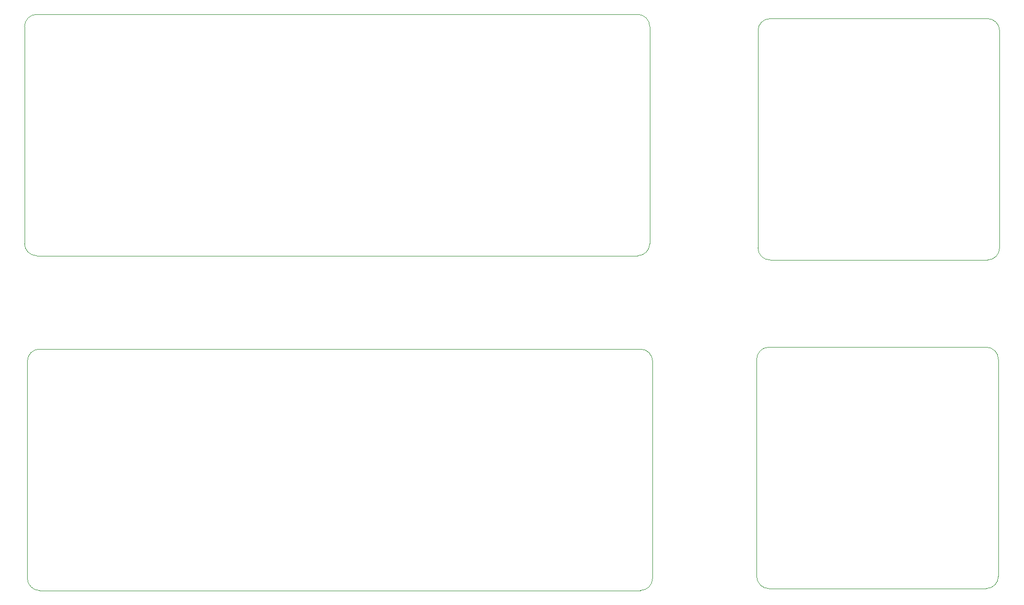
<source format=gm1>
G04 #@! TF.GenerationSoftware,KiCad,Pcbnew,7.0.10-7.0.10~ubuntu22.04.1*
G04 #@! TF.CreationDate,2025-04-10T19:03:43-06:00*
G04 #@! TF.ProjectId,OAC,4f41432e-6b69-4636-9164-5f7063625858,rev?*
G04 #@! TF.SameCoordinates,Original*
G04 #@! TF.FileFunction,Profile,NP*
%FSLAX46Y46*%
G04 Gerber Fmt 4.6, Leading zero omitted, Abs format (unit mm)*
G04 Created by KiCad (PCBNEW 7.0.10-7.0.10~ubuntu22.04.1) date 2025-04-10 19:03:43*
%MOMM*%
%LPD*%
G01*
G04 APERTURE LIST*
G04 #@! TA.AperFunction,Profile*
%ADD10C,0.050000*%
G04 #@! TD*
G04 APERTURE END LIST*
D10*
X236320000Y-133947500D02*
X236320000Y-98027500D01*
X238320000Y-96027500D02*
X274240000Y-96027500D01*
X274240000Y-135947500D02*
X238320000Y-135947500D01*
X276240000Y-98027500D02*
X276240000Y-133947500D01*
X238320000Y-96027500D02*
G75*
G03*
X236320000Y-98027500I-1J-1999999D01*
G01*
X236320000Y-133947500D02*
G75*
G03*
X238320000Y-135947500I2000000J0D01*
G01*
X276240000Y-98027500D02*
G75*
G03*
X274240000Y-96027500I-2000000J0D01*
G01*
X274240000Y-135947500D02*
G75*
G03*
X276240000Y-133947500I0J2000000D01*
G01*
X236115386Y-188290000D02*
X236115386Y-152370000D01*
X238115386Y-150370000D02*
X274035386Y-150370000D01*
X274035386Y-190290000D02*
X238115386Y-190290000D01*
X276035386Y-152370000D02*
X276035386Y-188290000D01*
X238115386Y-150370000D02*
G75*
G03*
X236115386Y-152370000I-1J-1999999D01*
G01*
X236115386Y-188290000D02*
G75*
G03*
X238115386Y-190290000I1999999J-1D01*
G01*
X276035398Y-152370000D02*
G75*
G03*
X274035386Y-150370000I-2000000J0D01*
G01*
X274035386Y-190289988D02*
G75*
G03*
X276035386Y-188290000I12J1999988D01*
G01*
X115630000Y-188610000D02*
X115630000Y-152690000D01*
X117630000Y-150690000D02*
X216910000Y-150690000D01*
X216910000Y-190610000D02*
X117630000Y-190610000D01*
X218910000Y-152690000D02*
X218910000Y-188610000D01*
X117630000Y-150690000D02*
G75*
G03*
X115630000Y-152690000I-1J-1999999D01*
G01*
X115630000Y-188610000D02*
G75*
G03*
X117630000Y-190610000I2000000J0D01*
G01*
X218910000Y-152690000D02*
G75*
G03*
X216910000Y-150690000I-2000000J0D01*
G01*
X216910000Y-190610000D02*
G75*
G03*
X218910000Y-188610000I0J2000000D01*
G01*
X218440000Y-133242500D02*
X218440000Y-97322500D01*
X216440000Y-95322500D02*
X117160000Y-95322500D01*
X117160000Y-135242500D02*
X216440000Y-135242500D01*
X115160000Y-97322500D02*
X115160000Y-133242500D01*
X216440000Y-135242500D02*
G75*
G03*
X218440000Y-133242500I1J1999999D01*
G01*
X218440000Y-97322500D02*
G75*
G03*
X216440000Y-95322500I-2000000J0D01*
G01*
X115160000Y-133242500D02*
G75*
G03*
X117160000Y-135242500I2000000J0D01*
G01*
X117160000Y-95322500D02*
G75*
G03*
X115160000Y-97322500I0J-2000000D01*
G01*
M02*

</source>
